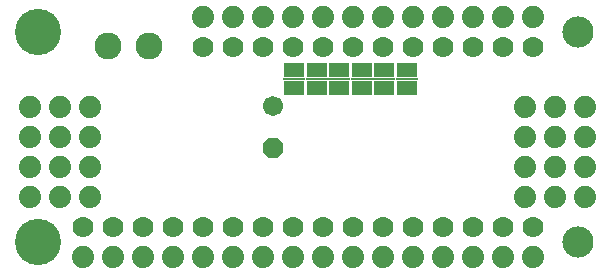
<source format=gbr>
G04 EAGLE Gerber RS-274X export*
G75*
%MOMM*%
%FSLAX34Y34*%
%LPD*%
%INSoldermask Bottom*%
%IPPOS*%
%AMOC8*
5,1,8,0,0,1.08239X$1,22.5*%
G01*
%ADD10R,1.701800X1.270000*%
%ADD11R,1.828800X0.152400*%
%ADD12C,2.286000*%
%ADD13P,1.842011X8X292.500000*%
%ADD14C,1.701800*%
%ADD15C,1.879600*%
%ADD16C,2.641600*%
%ADD17C,3.911600*%
%ADD18C,1.778000*%


D10*
X337820Y171130D03*
X337820Y155890D03*
D11*
X337820Y163510D03*
D10*
X318770Y171130D03*
X318770Y155890D03*
D11*
X318770Y163510D03*
D10*
X299720Y171130D03*
X299720Y155890D03*
D11*
X299720Y163510D03*
D10*
X280670Y171130D03*
X280670Y155890D03*
D11*
X280670Y163510D03*
D10*
X261620Y171130D03*
X261620Y155890D03*
D11*
X261620Y163510D03*
D10*
X242570Y171130D03*
X242570Y155890D03*
D11*
X242570Y163510D03*
D12*
X84870Y191770D03*
X119870Y191770D03*
D13*
X224790Y105410D03*
D14*
X224790Y140970D03*
D15*
X438150Y139700D03*
X463550Y139700D03*
X438150Y114300D03*
X463550Y114300D03*
X438150Y88900D03*
X463550Y88900D03*
X438150Y63500D03*
X463550Y63500D03*
X488950Y139700D03*
X488950Y114300D03*
X488950Y88900D03*
X488950Y63500D03*
X69850Y63500D03*
X44450Y63500D03*
X69850Y88900D03*
X44450Y88900D03*
X69850Y114300D03*
X44450Y114300D03*
X69850Y139700D03*
X44450Y139700D03*
X19050Y63500D03*
X19050Y88900D03*
X19050Y114300D03*
X19050Y139700D03*
D16*
X482600Y203200D03*
X482600Y25400D03*
D17*
X25400Y203200D03*
X25400Y25400D03*
D15*
X165100Y215900D03*
X190500Y215900D03*
X215900Y215900D03*
X241300Y215900D03*
X266700Y215900D03*
X292100Y215900D03*
X317500Y215900D03*
X342900Y215900D03*
X368300Y215900D03*
X393700Y215900D03*
X419100Y215900D03*
X444500Y215900D03*
X165100Y12700D03*
X190500Y12700D03*
X215900Y12700D03*
X241300Y12700D03*
X266700Y12700D03*
X292100Y12700D03*
X317500Y12700D03*
X342900Y12700D03*
X368300Y12700D03*
X393700Y12700D03*
X419100Y12700D03*
X444500Y12700D03*
X139700Y12700D03*
X114300Y12700D03*
X88900Y12700D03*
X63500Y12700D03*
D18*
X444500Y38100D03*
X419100Y38100D03*
X393700Y38100D03*
X368300Y38100D03*
X342900Y38100D03*
X317500Y38100D03*
X292100Y38100D03*
X266700Y38100D03*
X241300Y38100D03*
X215900Y38100D03*
X190500Y38100D03*
X165100Y38100D03*
X139700Y38100D03*
X114300Y38100D03*
X88900Y38100D03*
X63500Y38100D03*
X165100Y190500D03*
X190500Y190500D03*
X215900Y190500D03*
X241300Y190500D03*
X266700Y190500D03*
X292100Y190500D03*
X317500Y190500D03*
X342900Y190500D03*
X368300Y190500D03*
X393700Y190500D03*
X419100Y190500D03*
X444500Y190500D03*
M02*

</source>
